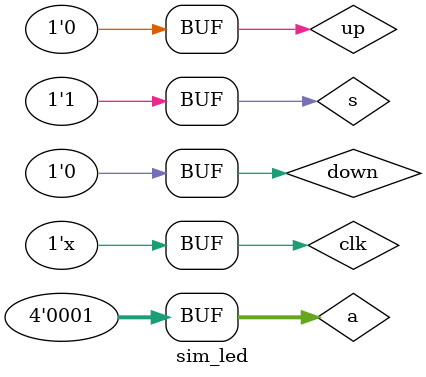
<source format=v>
`timescale 1ns / 1ps


module sim_led();
    reg[3:0]a=3'b101;
    reg clk = 0;
    reg up=0;
    reg down = 0;
    reg s=0;
    always #5 clk = ~clk;
    //always #20 up = up+1;
    initial
    begin
    #100 s=1;
    #1 s=0;
    #100 s=1;
    #99 a=3'b001;
    end
    wire[7:0] deng;
    wire [3:0] t;
    led  le(clk,a,deng,up,down,s,t1);
endmodule

</source>
